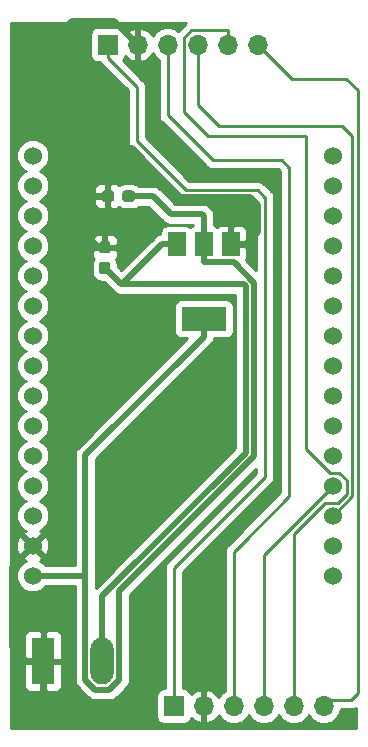
<source format=gtl>
G04 #@! TF.GenerationSoftware,KiCad,Pcbnew,(5.0.2)-1*
G04 #@! TF.CreationDate,2019-03-03T23:17:22+08:00*
G04 #@! TF.ProjectId,pcbtest-nrf24_breakout,70636274-6573-4742-9d6e-726632345f62,rev?*
G04 #@! TF.SameCoordinates,Original*
G04 #@! TF.FileFunction,Copper,L1,Top*
G04 #@! TF.FilePolarity,Positive*
%FSLAX46Y46*%
G04 Gerber Fmt 4.6, Leading zero omitted, Abs format (unit mm)*
G04 Created by KiCad (PCBNEW (5.0.2)-1) date 03-Mar-19 11:17:22 PM*
%MOMM*%
%LPD*%
G01*
G04 APERTURE LIST*
G04 #@! TA.AperFunction,ComponentPad*
%ADD10O,1.700000X1.700000*%
G04 #@! TD*
G04 #@! TA.AperFunction,ComponentPad*
%ADD11R,1.700000X1.700000*%
G04 #@! TD*
G04 #@! TA.AperFunction,ComponentPad*
%ADD12C,1.524000*%
G04 #@! TD*
G04 #@! TA.AperFunction,Conductor*
%ADD13C,0.100000*%
G04 #@! TD*
G04 #@! TA.AperFunction,SMDPad,CuDef*
%ADD14C,0.950000*%
G04 #@! TD*
G04 #@! TA.AperFunction,SMDPad,CuDef*
%ADD15R,3.800000X2.000000*%
G04 #@! TD*
G04 #@! TA.AperFunction,SMDPad,CuDef*
%ADD16R,1.500000X2.000000*%
G04 #@! TD*
G04 #@! TA.AperFunction,ComponentPad*
%ADD17R,1.980000X3.960000*%
G04 #@! TD*
G04 #@! TA.AperFunction,ComponentPad*
%ADD18O,1.980000X3.960000*%
G04 #@! TD*
G04 #@! TA.AperFunction,Conductor*
%ADD19C,0.250000*%
G04 #@! TD*
G04 #@! TA.AperFunction,Conductor*
%ADD20C,0.254000*%
G04 #@! TD*
G04 #@! TA.AperFunction,Conductor*
%ADD21C,0.152400*%
G04 #@! TD*
G04 #@! TA.AperFunction,Conductor*
%ADD22C,0.508000*%
G04 #@! TD*
G04 APERTURE END LIST*
D10*
G04 #@! TO.P,J2,6*
G04 #@! TO.N,Net-(J1-Pad6)*
X131318000Y-123317000D03*
G04 #@! TO.P,J2,5*
G04 #@! TO.N,Net-(J1-Pad5)*
X128778000Y-123317000D03*
G04 #@! TO.P,J2,4*
G04 #@! TO.N,Net-(J2-Pad4)*
X126238000Y-123317000D03*
G04 #@! TO.P,J2,3*
G04 #@! TO.N,Net-(J1-Pad3)*
X123698000Y-123317000D03*
G04 #@! TO.P,J2,2*
G04 #@! TO.N,Net-(C1-Pad1)*
X121158000Y-123317000D03*
D11*
G04 #@! TO.P,J2,1*
G04 #@! TO.N,Net-(J1-Pad1)*
X118618000Y-123317000D03*
G04 #@! TD*
D12*
G04 #@! TO.P,U1,1*
G04 #@! TO.N,Net-(U1-Pad1)*
X132080000Y-79248000D03*
G04 #@! TO.P,U1,2*
G04 #@! TO.N,Net-(U1-Pad2)*
X132080000Y-81788000D03*
G04 #@! TO.P,U1,3*
G04 #@! TO.N,Net-(U1-Pad3)*
X132080000Y-84328000D03*
G04 #@! TO.P,U1,4*
G04 #@! TO.N,Net-(U1-Pad4)*
X132080000Y-86868000D03*
G04 #@! TO.P,U1,5*
G04 #@! TO.N,Net-(U1-Pad5)*
X132080000Y-89408000D03*
G04 #@! TO.P,U1,6*
G04 #@! TO.N,Net-(U1-Pad6)*
X132080000Y-91948000D03*
G04 #@! TO.P,U1,7*
G04 #@! TO.N,Net-(U1-Pad7)*
X132080000Y-94488000D03*
G04 #@! TO.P,U1,8*
G04 #@! TO.N,Net-(U1-Pad8)*
X132080000Y-97028000D03*
G04 #@! TO.P,U1,9*
G04 #@! TO.N,Net-(U1-Pad9)*
X132080000Y-99568000D03*
G04 #@! TO.P,U1,10*
G04 #@! TO.N,Net-(U1-Pad10)*
X132080000Y-102108000D03*
G04 #@! TO.P,U1,11*
G04 #@! TO.N,Net-(J2-Pad4)*
X132080000Y-104648000D03*
G04 #@! TO.P,U1,12*
G04 #@! TO.N,Net-(J1-Pad4)*
X132080000Y-107188000D03*
G04 #@! TO.P,U1,13*
G04 #@! TO.N,Net-(U1-Pad13)*
X132080000Y-109728000D03*
G04 #@! TO.P,U1,14*
G04 #@! TO.N,Net-(U1-Pad14)*
X132080000Y-112268000D03*
G04 #@! TO.P,U1,15*
G04 #@! TO.N,Net-(C1-Pad2)*
X106680000Y-112268000D03*
G04 #@! TO.P,U1,16*
G04 #@! TO.N,Net-(C1-Pad1)*
X106680000Y-109728000D03*
G04 #@! TO.P,U1,17*
G04 #@! TO.N,Net-(U1-Pad17)*
X106680000Y-107188000D03*
G04 #@! TO.P,U1,18*
G04 #@! TO.N,Net-(U1-Pad18)*
X106680000Y-104648000D03*
G04 #@! TO.P,U1,19*
G04 #@! TO.N,Net-(U1-Pad19)*
X106680000Y-102108000D03*
G04 #@! TO.P,U1,20*
G04 #@! TO.N,Net-(U1-Pad20)*
X106680000Y-99568000D03*
G04 #@! TO.P,U1,21*
G04 #@! TO.N,Net-(U1-Pad21)*
X106680000Y-97028000D03*
G04 #@! TO.P,U1,22*
G04 #@! TO.N,Net-(U1-Pad22)*
X106680000Y-94488000D03*
G04 #@! TO.P,U1,23*
G04 #@! TO.N,Net-(U1-Pad23)*
X106680000Y-91948000D03*
G04 #@! TO.P,U1,24*
G04 #@! TO.N,Net-(U1-Pad24)*
X106680000Y-89408000D03*
G04 #@! TO.P,U1,25*
G04 #@! TO.N,Net-(U1-Pad25)*
X106680000Y-86868000D03*
G04 #@! TO.P,U1,26*
G04 #@! TO.N,Net-(U1-Pad26)*
X106680000Y-84328000D03*
G04 #@! TO.P,U1,27*
G04 #@! TO.N,Net-(U1-Pad27)*
X106680000Y-81788000D03*
G04 #@! TO.P,U1,28*
G04 #@! TO.N,Net-(U1-Pad28)*
X106680000Y-79248000D03*
G04 #@! TO.P,U1,29*
G04 #@! TO.N,Net-(U1-Pad29)*
X106680000Y-76708000D03*
G04 #@! TO.P,U1,0*
G04 #@! TO.N,Net-(U1-Pad0)*
X132080000Y-76708000D03*
G04 #@! TD*
D13*
G04 #@! TO.N,Net-(C1-Pad1)*
G04 #@! TO.C,C1*
G36*
X113354779Y-79663144D02*
X113377834Y-79666563D01*
X113400443Y-79672227D01*
X113422387Y-79680079D01*
X113443457Y-79690044D01*
X113463448Y-79702026D01*
X113482168Y-79715910D01*
X113499438Y-79731562D01*
X113515090Y-79748832D01*
X113528974Y-79767552D01*
X113540956Y-79787543D01*
X113550921Y-79808613D01*
X113558773Y-79830557D01*
X113564437Y-79853166D01*
X113567856Y-79876221D01*
X113569000Y-79899500D01*
X113569000Y-80374500D01*
X113567856Y-80397779D01*
X113564437Y-80420834D01*
X113558773Y-80443443D01*
X113550921Y-80465387D01*
X113540956Y-80486457D01*
X113528974Y-80506448D01*
X113515090Y-80525168D01*
X113499438Y-80542438D01*
X113482168Y-80558090D01*
X113463448Y-80571974D01*
X113443457Y-80583956D01*
X113422387Y-80593921D01*
X113400443Y-80601773D01*
X113377834Y-80607437D01*
X113354779Y-80610856D01*
X113331500Y-80612000D01*
X112756500Y-80612000D01*
X112733221Y-80610856D01*
X112710166Y-80607437D01*
X112687557Y-80601773D01*
X112665613Y-80593921D01*
X112644543Y-80583956D01*
X112624552Y-80571974D01*
X112605832Y-80558090D01*
X112588562Y-80542438D01*
X112572910Y-80525168D01*
X112559026Y-80506448D01*
X112547044Y-80486457D01*
X112537079Y-80465387D01*
X112529227Y-80443443D01*
X112523563Y-80420834D01*
X112520144Y-80397779D01*
X112519000Y-80374500D01*
X112519000Y-79899500D01*
X112520144Y-79876221D01*
X112523563Y-79853166D01*
X112529227Y-79830557D01*
X112537079Y-79808613D01*
X112547044Y-79787543D01*
X112559026Y-79767552D01*
X112572910Y-79748832D01*
X112588562Y-79731562D01*
X112605832Y-79715910D01*
X112624552Y-79702026D01*
X112644543Y-79690044D01*
X112665613Y-79680079D01*
X112687557Y-79672227D01*
X112710166Y-79666563D01*
X112733221Y-79663144D01*
X112756500Y-79662000D01*
X113331500Y-79662000D01*
X113354779Y-79663144D01*
X113354779Y-79663144D01*
G37*
D14*
G04 #@! TD*
G04 #@! TO.P,C1,1*
G04 #@! TO.N,Net-(C1-Pad1)*
X113044000Y-80137000D03*
D13*
G04 #@! TO.N,Net-(C1-Pad2)*
G04 #@! TO.C,C1*
G36*
X115104779Y-79663144D02*
X115127834Y-79666563D01*
X115150443Y-79672227D01*
X115172387Y-79680079D01*
X115193457Y-79690044D01*
X115213448Y-79702026D01*
X115232168Y-79715910D01*
X115249438Y-79731562D01*
X115265090Y-79748832D01*
X115278974Y-79767552D01*
X115290956Y-79787543D01*
X115300921Y-79808613D01*
X115308773Y-79830557D01*
X115314437Y-79853166D01*
X115317856Y-79876221D01*
X115319000Y-79899500D01*
X115319000Y-80374500D01*
X115317856Y-80397779D01*
X115314437Y-80420834D01*
X115308773Y-80443443D01*
X115300921Y-80465387D01*
X115290956Y-80486457D01*
X115278974Y-80506448D01*
X115265090Y-80525168D01*
X115249438Y-80542438D01*
X115232168Y-80558090D01*
X115213448Y-80571974D01*
X115193457Y-80583956D01*
X115172387Y-80593921D01*
X115150443Y-80601773D01*
X115127834Y-80607437D01*
X115104779Y-80610856D01*
X115081500Y-80612000D01*
X114506500Y-80612000D01*
X114483221Y-80610856D01*
X114460166Y-80607437D01*
X114437557Y-80601773D01*
X114415613Y-80593921D01*
X114394543Y-80583956D01*
X114374552Y-80571974D01*
X114355832Y-80558090D01*
X114338562Y-80542438D01*
X114322910Y-80525168D01*
X114309026Y-80506448D01*
X114297044Y-80486457D01*
X114287079Y-80465387D01*
X114279227Y-80443443D01*
X114273563Y-80420834D01*
X114270144Y-80397779D01*
X114269000Y-80374500D01*
X114269000Y-79899500D01*
X114270144Y-79876221D01*
X114273563Y-79853166D01*
X114279227Y-79830557D01*
X114287079Y-79808613D01*
X114297044Y-79787543D01*
X114309026Y-79767552D01*
X114322910Y-79748832D01*
X114338562Y-79731562D01*
X114355832Y-79715910D01*
X114374552Y-79702026D01*
X114394543Y-79690044D01*
X114415613Y-79680079D01*
X114437557Y-79672227D01*
X114460166Y-79666563D01*
X114483221Y-79663144D01*
X114506500Y-79662000D01*
X115081500Y-79662000D01*
X115104779Y-79663144D01*
X115104779Y-79663144D01*
G37*
D14*
G04 #@! TD*
G04 #@! TO.P,C1,2*
G04 #@! TO.N,Net-(C1-Pad2)*
X114794000Y-80137000D03*
D13*
G04 #@! TO.N,Net-(C1-Pad1)*
G04 #@! TO.C,C2*
G36*
X113036779Y-83945144D02*
X113059834Y-83948563D01*
X113082443Y-83954227D01*
X113104387Y-83962079D01*
X113125457Y-83972044D01*
X113145448Y-83984026D01*
X113164168Y-83997910D01*
X113181438Y-84013562D01*
X113197090Y-84030832D01*
X113210974Y-84049552D01*
X113222956Y-84069543D01*
X113232921Y-84090613D01*
X113240773Y-84112557D01*
X113246437Y-84135166D01*
X113249856Y-84158221D01*
X113251000Y-84181500D01*
X113251000Y-84756500D01*
X113249856Y-84779779D01*
X113246437Y-84802834D01*
X113240773Y-84825443D01*
X113232921Y-84847387D01*
X113222956Y-84868457D01*
X113210974Y-84888448D01*
X113197090Y-84907168D01*
X113181438Y-84924438D01*
X113164168Y-84940090D01*
X113145448Y-84953974D01*
X113125457Y-84965956D01*
X113104387Y-84975921D01*
X113082443Y-84983773D01*
X113059834Y-84989437D01*
X113036779Y-84992856D01*
X113013500Y-84994000D01*
X112538500Y-84994000D01*
X112515221Y-84992856D01*
X112492166Y-84989437D01*
X112469557Y-84983773D01*
X112447613Y-84975921D01*
X112426543Y-84965956D01*
X112406552Y-84953974D01*
X112387832Y-84940090D01*
X112370562Y-84924438D01*
X112354910Y-84907168D01*
X112341026Y-84888448D01*
X112329044Y-84868457D01*
X112319079Y-84847387D01*
X112311227Y-84825443D01*
X112305563Y-84802834D01*
X112302144Y-84779779D01*
X112301000Y-84756500D01*
X112301000Y-84181500D01*
X112302144Y-84158221D01*
X112305563Y-84135166D01*
X112311227Y-84112557D01*
X112319079Y-84090613D01*
X112329044Y-84069543D01*
X112341026Y-84049552D01*
X112354910Y-84030832D01*
X112370562Y-84013562D01*
X112387832Y-83997910D01*
X112406552Y-83984026D01*
X112426543Y-83972044D01*
X112447613Y-83962079D01*
X112469557Y-83954227D01*
X112492166Y-83948563D01*
X112515221Y-83945144D01*
X112538500Y-83944000D01*
X113013500Y-83944000D01*
X113036779Y-83945144D01*
X113036779Y-83945144D01*
G37*
D14*
G04 #@! TD*
G04 #@! TO.P,C2,2*
G04 #@! TO.N,Net-(C1-Pad1)*
X112776000Y-84469000D03*
D13*
G04 #@! TO.N,Net-(C2-Pad1)*
G04 #@! TO.C,C2*
G36*
X113036779Y-85695144D02*
X113059834Y-85698563D01*
X113082443Y-85704227D01*
X113104387Y-85712079D01*
X113125457Y-85722044D01*
X113145448Y-85734026D01*
X113164168Y-85747910D01*
X113181438Y-85763562D01*
X113197090Y-85780832D01*
X113210974Y-85799552D01*
X113222956Y-85819543D01*
X113232921Y-85840613D01*
X113240773Y-85862557D01*
X113246437Y-85885166D01*
X113249856Y-85908221D01*
X113251000Y-85931500D01*
X113251000Y-86506500D01*
X113249856Y-86529779D01*
X113246437Y-86552834D01*
X113240773Y-86575443D01*
X113232921Y-86597387D01*
X113222956Y-86618457D01*
X113210974Y-86638448D01*
X113197090Y-86657168D01*
X113181438Y-86674438D01*
X113164168Y-86690090D01*
X113145448Y-86703974D01*
X113125457Y-86715956D01*
X113104387Y-86725921D01*
X113082443Y-86733773D01*
X113059834Y-86739437D01*
X113036779Y-86742856D01*
X113013500Y-86744000D01*
X112538500Y-86744000D01*
X112515221Y-86742856D01*
X112492166Y-86739437D01*
X112469557Y-86733773D01*
X112447613Y-86725921D01*
X112426543Y-86715956D01*
X112406552Y-86703974D01*
X112387832Y-86690090D01*
X112370562Y-86674438D01*
X112354910Y-86657168D01*
X112341026Y-86638448D01*
X112329044Y-86618457D01*
X112319079Y-86597387D01*
X112311227Y-86575443D01*
X112305563Y-86552834D01*
X112302144Y-86529779D01*
X112301000Y-86506500D01*
X112301000Y-85931500D01*
X112302144Y-85908221D01*
X112305563Y-85885166D01*
X112311227Y-85862557D01*
X112319079Y-85840613D01*
X112329044Y-85819543D01*
X112341026Y-85799552D01*
X112354910Y-85780832D01*
X112370562Y-85763562D01*
X112387832Y-85747910D01*
X112406552Y-85734026D01*
X112426543Y-85722044D01*
X112447613Y-85712079D01*
X112469557Y-85704227D01*
X112492166Y-85698563D01*
X112515221Y-85695144D01*
X112538500Y-85694000D01*
X113013500Y-85694000D01*
X113036779Y-85695144D01*
X113036779Y-85695144D01*
G37*
D14*
G04 #@! TD*
G04 #@! TO.P,C2,1*
G04 #@! TO.N,Net-(C2-Pad1)*
X112776000Y-86219000D03*
D11*
G04 #@! TO.P,J1,1*
G04 #@! TO.N,Net-(J1-Pad1)*
X113030000Y-67310000D03*
D10*
G04 #@! TO.P,J1,2*
G04 #@! TO.N,Net-(C1-Pad1)*
X115570000Y-67310000D03*
G04 #@! TO.P,J1,3*
G04 #@! TO.N,Net-(J1-Pad3)*
X118110000Y-67310000D03*
G04 #@! TO.P,J1,4*
G04 #@! TO.N,Net-(J1-Pad4)*
X120650000Y-67310000D03*
G04 #@! TO.P,J1,5*
G04 #@! TO.N,Net-(J1-Pad5)*
X123190000Y-67310000D03*
G04 #@! TO.P,J1,6*
G04 #@! TO.N,Net-(J1-Pad6)*
X125730000Y-67310000D03*
G04 #@! TD*
D15*
G04 #@! TO.P,U2,2*
G04 #@! TO.N,Net-(C1-Pad2)*
X121158000Y-90526000D03*
D16*
X121158000Y-84226000D03*
G04 #@! TO.P,U2,3*
G04 #@! TO.N,Net-(C2-Pad1)*
X118858000Y-84226000D03*
G04 #@! TO.P,U2,1*
G04 #@! TO.N,Net-(C1-Pad1)*
X123458000Y-84226000D03*
G04 #@! TD*
D17*
G04 #@! TO.P,J3,1*
G04 #@! TO.N,Net-(C1-Pad1)*
X107569000Y-119507000D03*
D18*
G04 #@! TO.P,J3,2*
G04 #@! TO.N,Net-(C2-Pad1)*
X112569000Y-119507000D03*
G04 #@! TD*
D19*
G04 #@! TO.N,Net-(J1-Pad3)*
X118110000Y-67310000D02*
X118110000Y-73279000D01*
X118110000Y-73279000D02*
X121920000Y-77089000D01*
X121920000Y-77089000D02*
X127762000Y-77089000D01*
X127762000Y-77089000D02*
X128397000Y-77724000D01*
X128397000Y-77724000D02*
X128397000Y-105537000D01*
G04 #@! TO.N,Net-(J1-Pad4)*
X120650000Y-72390000D02*
X120650000Y-67310000D01*
X122428000Y-74168000D02*
X120650000Y-72390000D01*
X132842000Y-74168000D02*
X122428000Y-74168000D01*
X133731000Y-75057000D02*
X132842000Y-74168000D01*
X132080000Y-107188000D02*
X133731000Y-105537000D01*
X133731000Y-105537000D02*
X133731000Y-75057000D01*
G04 #@! TO.N,Net-(J1-Pad5)*
X123190000Y-67310000D02*
X123190000Y-66107919D01*
X119474999Y-66745999D02*
X119474999Y-72992999D01*
X123190000Y-66107919D02*
X120113079Y-66107919D01*
X120113079Y-66107919D02*
X119474999Y-66745999D01*
X119474999Y-72992999D02*
X121539000Y-75057000D01*
X121539000Y-75057000D02*
X129794000Y-75057000D01*
X132530591Y-106100999D02*
X131558239Y-106100999D01*
X133280990Y-105350600D02*
X132530591Y-106100999D01*
X132643999Y-103560999D02*
X133280990Y-104197990D01*
X133280990Y-104197990D02*
X133280990Y-105350600D01*
X131826000Y-103560999D02*
X132643999Y-103560999D01*
X129794000Y-101528999D02*
X131826000Y-103560999D01*
X129794000Y-75057000D02*
X129794000Y-101528999D01*
D20*
X131558239Y-106100999D02*
X131389001Y-106100999D01*
X128778000Y-108712000D02*
X128778000Y-122809000D01*
X131389001Y-106100999D02*
X128778000Y-108712000D01*
D19*
G04 #@! TO.N,Net-(J1-Pad6)*
X128651000Y-70231000D02*
X125730000Y-67310000D01*
X133223000Y-70231000D02*
X128651000Y-70231000D01*
X134181010Y-71189010D02*
X133223000Y-70231000D01*
X134181010Y-121088157D02*
X134181010Y-71189010D01*
D21*
X134181010Y-121148071D02*
X134181010Y-121088157D01*
D20*
X134181010Y-121148071D02*
X134181010Y-122231990D01*
X133604000Y-122809000D02*
X131318000Y-122809000D01*
X134181010Y-122231990D02*
X133604000Y-122809000D01*
D19*
G04 #@! TO.N,Net-(J2-Pad4)*
X131318001Y-105409999D02*
X132080000Y-104648000D01*
D20*
G04 #@! TO.N,Net-(C1-Pad1)*
X121158000Y-110490000D02*
X121158000Y-122809000D01*
X127508000Y-104140000D02*
X121158000Y-110490000D01*
X115570000Y-68512081D02*
X116967000Y-69909081D01*
X115570000Y-67310000D02*
X115570000Y-68512081D01*
X116967000Y-69909081D02*
X116967000Y-73914000D01*
X116967000Y-73914000D02*
X121412000Y-78359000D01*
X127508000Y-79121000D02*
X127508000Y-104140000D01*
X121412000Y-78359000D02*
X126746000Y-78359000D01*
X126746000Y-78359000D02*
X127508000Y-79121000D01*
D22*
X114720001Y-66460001D02*
X115570000Y-67310000D01*
X113559010Y-65299010D02*
X114720001Y-66460001D01*
X109960990Y-65299010D02*
X113559010Y-65299010D01*
X112776000Y-84469000D02*
X112201000Y-84469000D01*
X110236000Y-72517000D02*
X108458000Y-70739000D01*
X112201000Y-84469000D02*
X110236000Y-82504000D01*
X108458000Y-70739000D02*
X108458000Y-66802000D01*
X108458000Y-66802000D02*
X109960990Y-65299010D01*
X113044000Y-80137000D02*
X110236000Y-80137000D01*
X110236000Y-82504000D02*
X110236000Y-80137000D01*
X124716000Y-84226000D02*
X125730000Y-83212000D01*
X123458000Y-84226000D02*
X124716000Y-84226000D01*
X125730000Y-80899000D02*
X125041010Y-80210010D01*
X125730000Y-83212000D02*
X125730000Y-80899000D01*
X125041010Y-80210010D02*
X119179990Y-80210010D01*
X119179990Y-80210010D02*
X115062000Y-76092020D01*
X110343980Y-76092020D02*
X110236000Y-76200000D01*
X115062000Y-76092020D02*
X110343980Y-76092020D01*
X110236000Y-80137000D02*
X110236000Y-76200000D01*
X110236000Y-76200000D02*
X110236000Y-72517000D01*
X106071000Y-119507000D02*
X104902000Y-118338000D01*
X107569000Y-119507000D02*
X106071000Y-119507000D01*
X104902000Y-111506000D02*
X106680000Y-109728000D01*
X104902000Y-118338000D02*
X104902000Y-111506000D01*
X121158000Y-124841000D02*
X121158000Y-122809000D01*
X107569000Y-119507000D02*
X107569000Y-121995000D01*
X107569000Y-121995000D02*
X110542000Y-124968000D01*
X121031000Y-124968000D02*
X121158000Y-124841000D01*
X110542000Y-124968000D02*
X121031000Y-124968000D01*
G04 #@! TO.N,Net-(C1-Pad2)*
X121158000Y-84226000D02*
X121158000Y-85734000D01*
X121158000Y-81788000D02*
X121158000Y-84226000D01*
X114794000Y-80137000D02*
X116840000Y-80137000D01*
X116840000Y-80137000D02*
X118364000Y-81661000D01*
X121031000Y-81661000D02*
X121158000Y-81788000D01*
X118364000Y-81661000D02*
X121031000Y-81661000D01*
X121158000Y-92034000D02*
X121158000Y-90526000D01*
X111124990Y-102067010D02*
X121158000Y-92034000D01*
X113167128Y-121941010D02*
X111970872Y-121941010D01*
X114013010Y-121095128D02*
X113167128Y-121941010D01*
X114013010Y-113556267D02*
X114013010Y-121095128D01*
X125422010Y-102147267D02*
X114013010Y-113556267D01*
X125422010Y-87463733D02*
X125422010Y-102147267D01*
X111970872Y-121941010D02*
X111124990Y-121095128D01*
X123692277Y-85734000D02*
X125422010Y-87463733D01*
X121158000Y-85734000D02*
X123692277Y-85734000D01*
X110997990Y-112268000D02*
X111124990Y-112141000D01*
X106680000Y-112268000D02*
X110997990Y-112268000D01*
X111124990Y-121095128D02*
X111124990Y-112141000D01*
X111124990Y-112141000D02*
X111124990Y-102067010D01*
G04 #@! TO.N,Net-(C2-Pad1)*
X112569000Y-119507000D02*
X112569000Y-113999000D01*
X112569000Y-113999000D02*
X124714000Y-101854000D01*
X112776000Y-86219000D02*
X114173000Y-87616000D01*
X124573000Y-87616000D02*
X124714000Y-87757000D01*
X124714000Y-101854000D02*
X124714000Y-87757000D01*
X114427000Y-87399000D02*
X114427000Y-87616000D01*
X117600000Y-84226000D02*
X114427000Y-87399000D01*
X118858000Y-84226000D02*
X117600000Y-84226000D01*
X114173000Y-87616000D02*
X114427000Y-87616000D01*
X114427000Y-87616000D02*
X124573000Y-87616000D01*
D19*
G04 #@! TO.N,Net-(J1-Pad3)*
X128397000Y-105537000D02*
X124460000Y-109474000D01*
D20*
X123698000Y-110236000D02*
X124460000Y-109474000D01*
X123698000Y-122809000D02*
X123698000Y-110236000D01*
G04 #@! TO.N,Net-(J2-Pad4)*
X126238000Y-110490000D02*
X126238000Y-122809000D01*
X131318001Y-105409999D02*
X126238000Y-110490000D01*
G04 #@! TO.N,Net-(J1-Pad1)*
X118618000Y-111633000D02*
X118618000Y-122809000D01*
X126365000Y-103886000D02*
X118618000Y-111633000D01*
X113030000Y-68414000D02*
X115482000Y-70866000D01*
X113030000Y-67310000D02*
X113030000Y-68414000D01*
X115482000Y-70866000D02*
X115482000Y-75477000D01*
X115482000Y-75477000D02*
X119634000Y-79629000D01*
X119634000Y-79629000D02*
X125730000Y-79629000D01*
X126365000Y-80264000D02*
X126365000Y-103886000D01*
X125730000Y-79629000D02*
X126365000Y-80264000D01*
G04 #@! TD*
G04 #@! TO.N,Net-(C1-Pad1)*
G36*
X119628605Y-65517590D02*
X119628603Y-65517592D01*
X119565150Y-65559990D01*
X119522751Y-65623444D01*
X119016492Y-66129705D01*
X118689418Y-65911161D01*
X118256256Y-65825000D01*
X117963744Y-65825000D01*
X117530582Y-65911161D01*
X117039375Y-66239375D01*
X116826157Y-66558478D01*
X116765183Y-66428642D01*
X116336924Y-66038355D01*
X115926890Y-65868524D01*
X115697000Y-65989845D01*
X115697000Y-67183000D01*
X115717000Y-67183000D01*
X115717000Y-67437000D01*
X115697000Y-67437000D01*
X115697000Y-68630155D01*
X115926890Y-68751476D01*
X116336924Y-68581645D01*
X116765183Y-68191358D01*
X116826157Y-68061522D01*
X117039375Y-68380625D01*
X117350000Y-68588178D01*
X117350001Y-73204148D01*
X117335112Y-73279000D01*
X117350001Y-73353852D01*
X117394097Y-73575537D01*
X117562072Y-73826929D01*
X117625528Y-73869329D01*
X121329670Y-77573472D01*
X121372071Y-77636929D01*
X121435527Y-77679329D01*
X121623462Y-77804904D01*
X121671605Y-77814480D01*
X121845148Y-77849000D01*
X121845152Y-77849000D01*
X121920000Y-77863888D01*
X121994848Y-77849000D01*
X127447199Y-77849000D01*
X127637000Y-78038802D01*
X127637001Y-105222197D01*
X123982780Y-108876419D01*
X123974251Y-108882118D01*
X123212251Y-109644119D01*
X123148630Y-109686629D01*
X123106119Y-109750251D01*
X123106118Y-109750252D01*
X122980213Y-109938683D01*
X122921073Y-110236000D01*
X122936001Y-110311048D01*
X122936000Y-122040158D01*
X122627375Y-122246375D01*
X122414157Y-122565478D01*
X122353183Y-122435642D01*
X121924924Y-122045355D01*
X121514890Y-121875524D01*
X121285000Y-121996845D01*
X121285000Y-123190000D01*
X121305000Y-123190000D01*
X121305000Y-123444000D01*
X121285000Y-123444000D01*
X121285000Y-124637155D01*
X121514890Y-124758476D01*
X121924924Y-124588645D01*
X122353183Y-124198358D01*
X122414157Y-124068522D01*
X122627375Y-124387625D01*
X123118582Y-124715839D01*
X123551744Y-124802000D01*
X123844256Y-124802000D01*
X124277418Y-124715839D01*
X124768625Y-124387625D01*
X124968000Y-124089239D01*
X125167375Y-124387625D01*
X125658582Y-124715839D01*
X126091744Y-124802000D01*
X126384256Y-124802000D01*
X126817418Y-124715839D01*
X127308625Y-124387625D01*
X127508000Y-124089239D01*
X127707375Y-124387625D01*
X128198582Y-124715839D01*
X128631744Y-124802000D01*
X128924256Y-124802000D01*
X129357418Y-124715839D01*
X129848625Y-124387625D01*
X130048000Y-124089239D01*
X130247375Y-124387625D01*
X130738582Y-124715839D01*
X131171744Y-124802000D01*
X131464256Y-124802000D01*
X131897418Y-124715839D01*
X132388625Y-124387625D01*
X132716839Y-123896418D01*
X132781568Y-123571000D01*
X133528957Y-123571000D01*
X133604000Y-123585927D01*
X133679043Y-123571000D01*
X133679048Y-123571000D01*
X133901317Y-123526788D01*
X134031973Y-123439487D01*
X134035522Y-125147000D01*
X104850000Y-125147000D01*
X104850000Y-119792750D01*
X105944000Y-119792750D01*
X105944000Y-121613310D01*
X106040673Y-121846699D01*
X106219302Y-122025327D01*
X106452691Y-122122000D01*
X107283250Y-122122000D01*
X107442000Y-121963250D01*
X107442000Y-119634000D01*
X107696000Y-119634000D01*
X107696000Y-121963250D01*
X107854750Y-122122000D01*
X108685309Y-122122000D01*
X108918698Y-122025327D01*
X109097327Y-121846699D01*
X109194000Y-121613310D01*
X109194000Y-119792750D01*
X109035250Y-119634000D01*
X107696000Y-119634000D01*
X107442000Y-119634000D01*
X106102750Y-119634000D01*
X105944000Y-119792750D01*
X104850000Y-119792750D01*
X104850000Y-117400690D01*
X105944000Y-117400690D01*
X105944000Y-119221250D01*
X106102750Y-119380000D01*
X107442000Y-119380000D01*
X107442000Y-117050750D01*
X107696000Y-117050750D01*
X107696000Y-119380000D01*
X109035250Y-119380000D01*
X109194000Y-119221250D01*
X109194000Y-117400690D01*
X109097327Y-117167301D01*
X108918698Y-116988673D01*
X108685309Y-116892000D01*
X107854750Y-116892000D01*
X107696000Y-117050750D01*
X107442000Y-117050750D01*
X107283250Y-116892000D01*
X106452691Y-116892000D01*
X106219302Y-116988673D01*
X106040673Y-117167301D01*
X105944000Y-117400690D01*
X104850000Y-117400690D01*
X104850000Y-111990119D01*
X105283000Y-111990119D01*
X105283000Y-112545881D01*
X105495680Y-113059337D01*
X105888663Y-113452320D01*
X106402119Y-113665000D01*
X106957881Y-113665000D01*
X107471337Y-113452320D01*
X107766657Y-113157000D01*
X110235991Y-113157000D01*
X110235990Y-121007573D01*
X110218574Y-121095128D01*
X110235990Y-121182683D01*
X110287571Y-121441997D01*
X110484057Y-121736061D01*
X110558286Y-121785659D01*
X111280343Y-122507716D01*
X111329939Y-122581943D01*
X111624002Y-122778429D01*
X111883316Y-122830010D01*
X111883317Y-122830010D01*
X111970872Y-122847426D01*
X112058427Y-122830010D01*
X113079573Y-122830010D01*
X113167128Y-122847426D01*
X113254683Y-122830010D01*
X113254684Y-122830010D01*
X113513998Y-122778429D01*
X113808061Y-122581943D01*
X113857659Y-122507714D01*
X114579716Y-121785657D01*
X114653943Y-121736061D01*
X114850429Y-121441998D01*
X114902010Y-121182684D01*
X114902010Y-121182683D01*
X114919426Y-121095128D01*
X114902010Y-121007573D01*
X114902010Y-113924502D01*
X125603001Y-103223512D01*
X125603001Y-103570369D01*
X118132254Y-111041116D01*
X118068629Y-111083629D01*
X117900212Y-111335684D01*
X117856000Y-111557953D01*
X117856000Y-111557957D01*
X117841073Y-111633000D01*
X117856000Y-111708043D01*
X117856001Y-121819560D01*
X117768000Y-121819560D01*
X117520235Y-121868843D01*
X117310191Y-122009191D01*
X117169843Y-122219235D01*
X117120560Y-122467000D01*
X117120560Y-124167000D01*
X117169843Y-124414765D01*
X117310191Y-124624809D01*
X117520235Y-124765157D01*
X117768000Y-124814440D01*
X119468000Y-124814440D01*
X119715765Y-124765157D01*
X119925809Y-124624809D01*
X120066157Y-124414765D01*
X120086739Y-124311292D01*
X120391076Y-124588645D01*
X120801110Y-124758476D01*
X121031000Y-124637155D01*
X121031000Y-123444000D01*
X121011000Y-123444000D01*
X121011000Y-123190000D01*
X121031000Y-123190000D01*
X121031000Y-121996845D01*
X120801110Y-121875524D01*
X120391076Y-122045355D01*
X120086739Y-122322708D01*
X120066157Y-122219235D01*
X119925809Y-122009191D01*
X119715765Y-121868843D01*
X119468000Y-121819560D01*
X119380000Y-121819560D01*
X119380000Y-111948630D01*
X126850746Y-104477884D01*
X126914371Y-104435371D01*
X127046678Y-104237359D01*
X127082787Y-104183319D01*
X127082787Y-104183318D01*
X127082788Y-104183317D01*
X127127000Y-103961048D01*
X127127000Y-103961044D01*
X127141927Y-103886001D01*
X127127000Y-103810958D01*
X127127000Y-80339047D01*
X127141928Y-80264000D01*
X127112240Y-80114748D01*
X127082788Y-79966683D01*
X126914371Y-79714629D01*
X126850750Y-79672119D01*
X126321883Y-79143253D01*
X126279371Y-79079629D01*
X126027317Y-78911212D01*
X125805048Y-78867000D01*
X125805043Y-78867000D01*
X125730000Y-78852073D01*
X125654957Y-78867000D01*
X119949631Y-78867000D01*
X116244000Y-75161370D01*
X116244000Y-70941047D01*
X116258928Y-70866000D01*
X116226811Y-70704537D01*
X116199788Y-70568683D01*
X116031371Y-70316629D01*
X115967750Y-70274119D01*
X114322002Y-68628371D01*
X114337809Y-68617809D01*
X114478157Y-68407765D01*
X114498739Y-68304292D01*
X114803076Y-68581645D01*
X115213110Y-68751476D01*
X115443000Y-68630155D01*
X115443000Y-67437000D01*
X115423000Y-67437000D01*
X115423000Y-67183000D01*
X115443000Y-67183000D01*
X115443000Y-65989845D01*
X115213110Y-65868524D01*
X114803076Y-66038355D01*
X114498739Y-66315708D01*
X114478157Y-66212235D01*
X114337809Y-66002191D01*
X114127765Y-65861843D01*
X113880000Y-65812560D01*
X112180000Y-65812560D01*
X111932235Y-65861843D01*
X111722191Y-66002191D01*
X111581843Y-66212235D01*
X111532560Y-66460000D01*
X111532560Y-68160000D01*
X111581843Y-68407765D01*
X111722191Y-68617809D01*
X111932235Y-68758157D01*
X112180000Y-68807440D01*
X112376440Y-68807440D01*
X112480630Y-68963371D01*
X112544251Y-69005881D01*
X114720000Y-71181631D01*
X114720001Y-75401952D01*
X114705073Y-75477000D01*
X114764213Y-75774317D01*
X114859326Y-75916663D01*
X114932630Y-76026371D01*
X114996251Y-76068881D01*
X119042117Y-80114748D01*
X119084629Y-80178371D01*
X119336683Y-80346788D01*
X119558952Y-80391000D01*
X119558953Y-80391000D01*
X119634000Y-80405928D01*
X119709047Y-80391000D01*
X125414370Y-80391000D01*
X125603000Y-80579631D01*
X125603000Y-86387488D01*
X124762402Y-85546890D01*
X124843000Y-85352309D01*
X124843000Y-84511750D01*
X124684250Y-84353000D01*
X123585000Y-84353000D01*
X123585000Y-84373000D01*
X123331000Y-84373000D01*
X123331000Y-84353000D01*
X123311000Y-84353000D01*
X123311000Y-84099000D01*
X123331000Y-84099000D01*
X123331000Y-82749750D01*
X123585000Y-82749750D01*
X123585000Y-84099000D01*
X124684250Y-84099000D01*
X124843000Y-83940250D01*
X124843000Y-83099691D01*
X124746327Y-82866302D01*
X124567699Y-82687673D01*
X124334310Y-82591000D01*
X123743750Y-82591000D01*
X123585000Y-82749750D01*
X123331000Y-82749750D01*
X123172250Y-82591000D01*
X122581690Y-82591000D01*
X122348301Y-82687673D01*
X122307047Y-82728927D01*
X122155765Y-82627843D01*
X122047000Y-82606209D01*
X122047000Y-81875554D01*
X122064416Y-81787999D01*
X122039154Y-81660999D01*
X121995419Y-81441130D01*
X121798933Y-81147067D01*
X121724704Y-81097469D01*
X121721531Y-81094296D01*
X121671933Y-81020067D01*
X121377870Y-80823581D01*
X121118556Y-80772000D01*
X121118555Y-80772000D01*
X121031000Y-80754584D01*
X120943445Y-80772000D01*
X118732236Y-80772000D01*
X117530531Y-79570296D01*
X117480933Y-79496067D01*
X117186870Y-79299581D01*
X116927556Y-79248000D01*
X116927555Y-79248000D01*
X116840000Y-79230584D01*
X116752445Y-79248000D01*
X115668705Y-79248000D01*
X115420152Y-79081922D01*
X115081500Y-79014560D01*
X114506500Y-79014560D01*
X114167848Y-79081922D01*
X113999460Y-79194435D01*
X113928698Y-79123673D01*
X113695309Y-79027000D01*
X113329750Y-79027000D01*
X113171000Y-79185750D01*
X113171000Y-80010000D01*
X113191000Y-80010000D01*
X113191000Y-80264000D01*
X113171000Y-80264000D01*
X113171000Y-81088250D01*
X113329750Y-81247000D01*
X113695309Y-81247000D01*
X113928698Y-81150327D01*
X113999460Y-81079565D01*
X114167848Y-81192078D01*
X114506500Y-81259440D01*
X115081500Y-81259440D01*
X115420152Y-81192078D01*
X115668705Y-81026000D01*
X116471765Y-81026000D01*
X117673470Y-82227706D01*
X117723067Y-82301933D01*
X118017130Y-82498419D01*
X118276444Y-82550000D01*
X118276448Y-82550000D01*
X118363999Y-82567415D01*
X118451550Y-82550000D01*
X120269000Y-82550000D01*
X120269000Y-82606208D01*
X120160235Y-82627843D01*
X120008000Y-82729564D01*
X119855765Y-82627843D01*
X119608000Y-82578560D01*
X118108000Y-82578560D01*
X117860235Y-82627843D01*
X117650191Y-82768191D01*
X117509843Y-82978235D01*
X117460560Y-83226000D01*
X117460560Y-83347320D01*
X117253129Y-83388581D01*
X117054783Y-83521112D01*
X116959067Y-83585067D01*
X116909471Y-83659293D01*
X114191500Y-86377265D01*
X113898440Y-86084205D01*
X113898440Y-85931500D01*
X113831078Y-85592848D01*
X113718565Y-85424460D01*
X113789327Y-85353698D01*
X113886000Y-85120309D01*
X113886000Y-84754750D01*
X113727250Y-84596000D01*
X112903000Y-84596000D01*
X112903000Y-84616000D01*
X112649000Y-84616000D01*
X112649000Y-84596000D01*
X111824750Y-84596000D01*
X111666000Y-84754750D01*
X111666000Y-85120309D01*
X111762673Y-85353698D01*
X111833435Y-85424460D01*
X111720922Y-85592848D01*
X111653560Y-85931500D01*
X111653560Y-86506500D01*
X111720922Y-86845152D01*
X111912753Y-87132247D01*
X112199848Y-87324078D01*
X112538500Y-87391440D01*
X112691205Y-87391440D01*
X113482470Y-88182706D01*
X113532067Y-88256933D01*
X113826130Y-88453419D01*
X114085444Y-88505000D01*
X114085448Y-88505000D01*
X114172999Y-88522415D01*
X114260550Y-88505000D01*
X114339444Y-88505000D01*
X114427000Y-88522416D01*
X114514556Y-88505000D01*
X123825001Y-88505000D01*
X123825000Y-101485764D01*
X112013990Y-113296775D01*
X112013990Y-112228555D01*
X112031406Y-112141001D01*
X112013990Y-112053444D01*
X112013990Y-102435245D01*
X121724707Y-92724529D01*
X121798933Y-92674933D01*
X121995419Y-92380870D01*
X122036680Y-92173440D01*
X123058000Y-92173440D01*
X123305765Y-92124157D01*
X123515809Y-91983809D01*
X123656157Y-91773765D01*
X123705440Y-91526000D01*
X123705440Y-89526000D01*
X123656157Y-89278235D01*
X123515809Y-89068191D01*
X123305765Y-88927843D01*
X123058000Y-88878560D01*
X119258000Y-88878560D01*
X119010235Y-88927843D01*
X118800191Y-89068191D01*
X118659843Y-89278235D01*
X118610560Y-89526000D01*
X118610560Y-91526000D01*
X118659843Y-91773765D01*
X118800191Y-91983809D01*
X119010235Y-92124157D01*
X119258000Y-92173440D01*
X119761324Y-92173440D01*
X110558284Y-101376481D01*
X110484058Y-101426077D01*
X110434462Y-101500303D01*
X110434461Y-101500304D01*
X110287572Y-101720140D01*
X110218574Y-102067010D01*
X110235991Y-102154569D01*
X110235990Y-111379000D01*
X107766657Y-111379000D01*
X107471337Y-111083680D01*
X107280353Y-111004572D01*
X107411143Y-110950397D01*
X107480608Y-110708213D01*
X106680000Y-109907605D01*
X105879392Y-110708213D01*
X105948857Y-110950397D01*
X106089393Y-111000535D01*
X105888663Y-111083680D01*
X105495680Y-111476663D01*
X105283000Y-111990119D01*
X104850000Y-111990119D01*
X104850000Y-109520302D01*
X105270856Y-109520302D01*
X105298638Y-110075368D01*
X105457603Y-110459143D01*
X105699787Y-110528608D01*
X106500395Y-109728000D01*
X106859605Y-109728000D01*
X107660213Y-110528608D01*
X107902397Y-110459143D01*
X108089144Y-109935698D01*
X108061362Y-109380632D01*
X107902397Y-108996857D01*
X107660213Y-108927392D01*
X106859605Y-109728000D01*
X106500395Y-109728000D01*
X105699787Y-108927392D01*
X105457603Y-108996857D01*
X105270856Y-109520302D01*
X104850000Y-109520302D01*
X104850000Y-76430119D01*
X105283000Y-76430119D01*
X105283000Y-76985881D01*
X105495680Y-77499337D01*
X105888663Y-77892320D01*
X106095513Y-77978000D01*
X105888663Y-78063680D01*
X105495680Y-78456663D01*
X105283000Y-78970119D01*
X105283000Y-79525881D01*
X105495680Y-80039337D01*
X105888663Y-80432320D01*
X106095513Y-80518000D01*
X105888663Y-80603680D01*
X105495680Y-80996663D01*
X105283000Y-81510119D01*
X105283000Y-82065881D01*
X105495680Y-82579337D01*
X105888663Y-82972320D01*
X106095513Y-83058000D01*
X105888663Y-83143680D01*
X105495680Y-83536663D01*
X105283000Y-84050119D01*
X105283000Y-84605881D01*
X105495680Y-85119337D01*
X105888663Y-85512320D01*
X106095513Y-85598000D01*
X105888663Y-85683680D01*
X105495680Y-86076663D01*
X105283000Y-86590119D01*
X105283000Y-87145881D01*
X105495680Y-87659337D01*
X105888663Y-88052320D01*
X106095513Y-88138000D01*
X105888663Y-88223680D01*
X105495680Y-88616663D01*
X105283000Y-89130119D01*
X105283000Y-89685881D01*
X105495680Y-90199337D01*
X105888663Y-90592320D01*
X106095513Y-90678000D01*
X105888663Y-90763680D01*
X105495680Y-91156663D01*
X105283000Y-91670119D01*
X105283000Y-92225881D01*
X105495680Y-92739337D01*
X105888663Y-93132320D01*
X106095513Y-93218000D01*
X105888663Y-93303680D01*
X105495680Y-93696663D01*
X105283000Y-94210119D01*
X105283000Y-94765881D01*
X105495680Y-95279337D01*
X105888663Y-95672320D01*
X106095513Y-95758000D01*
X105888663Y-95843680D01*
X105495680Y-96236663D01*
X105283000Y-96750119D01*
X105283000Y-97305881D01*
X105495680Y-97819337D01*
X105888663Y-98212320D01*
X106095513Y-98298000D01*
X105888663Y-98383680D01*
X105495680Y-98776663D01*
X105283000Y-99290119D01*
X105283000Y-99845881D01*
X105495680Y-100359337D01*
X105888663Y-100752320D01*
X106095513Y-100838000D01*
X105888663Y-100923680D01*
X105495680Y-101316663D01*
X105283000Y-101830119D01*
X105283000Y-102385881D01*
X105495680Y-102899337D01*
X105888663Y-103292320D01*
X106095513Y-103378000D01*
X105888663Y-103463680D01*
X105495680Y-103856663D01*
X105283000Y-104370119D01*
X105283000Y-104925881D01*
X105495680Y-105439337D01*
X105888663Y-105832320D01*
X106095513Y-105918000D01*
X105888663Y-106003680D01*
X105495680Y-106396663D01*
X105283000Y-106910119D01*
X105283000Y-107465881D01*
X105495680Y-107979337D01*
X105888663Y-108372320D01*
X106079647Y-108451428D01*
X105948857Y-108505603D01*
X105879392Y-108747787D01*
X106680000Y-109548395D01*
X107480608Y-108747787D01*
X107411143Y-108505603D01*
X107270607Y-108455465D01*
X107471337Y-108372320D01*
X107864320Y-107979337D01*
X108077000Y-107465881D01*
X108077000Y-106910119D01*
X107864320Y-106396663D01*
X107471337Y-106003680D01*
X107264487Y-105918000D01*
X107471337Y-105832320D01*
X107864320Y-105439337D01*
X108077000Y-104925881D01*
X108077000Y-104370119D01*
X107864320Y-103856663D01*
X107471337Y-103463680D01*
X107264487Y-103378000D01*
X107471337Y-103292320D01*
X107864320Y-102899337D01*
X108077000Y-102385881D01*
X108077000Y-101830119D01*
X107864320Y-101316663D01*
X107471337Y-100923680D01*
X107264487Y-100838000D01*
X107471337Y-100752320D01*
X107864320Y-100359337D01*
X108077000Y-99845881D01*
X108077000Y-99290119D01*
X107864320Y-98776663D01*
X107471337Y-98383680D01*
X107264487Y-98298000D01*
X107471337Y-98212320D01*
X107864320Y-97819337D01*
X108077000Y-97305881D01*
X108077000Y-96750119D01*
X107864320Y-96236663D01*
X107471337Y-95843680D01*
X107264487Y-95758000D01*
X107471337Y-95672320D01*
X107864320Y-95279337D01*
X108077000Y-94765881D01*
X108077000Y-94210119D01*
X107864320Y-93696663D01*
X107471337Y-93303680D01*
X107264487Y-93218000D01*
X107471337Y-93132320D01*
X107864320Y-92739337D01*
X108077000Y-92225881D01*
X108077000Y-91670119D01*
X107864320Y-91156663D01*
X107471337Y-90763680D01*
X107264487Y-90678000D01*
X107471337Y-90592320D01*
X107864320Y-90199337D01*
X108077000Y-89685881D01*
X108077000Y-89130119D01*
X107864320Y-88616663D01*
X107471337Y-88223680D01*
X107264487Y-88138000D01*
X107471337Y-88052320D01*
X107864320Y-87659337D01*
X108077000Y-87145881D01*
X108077000Y-86590119D01*
X107864320Y-86076663D01*
X107471337Y-85683680D01*
X107264487Y-85598000D01*
X107471337Y-85512320D01*
X107864320Y-85119337D01*
X108077000Y-84605881D01*
X108077000Y-84050119D01*
X107980726Y-83817691D01*
X111666000Y-83817691D01*
X111666000Y-84183250D01*
X111824750Y-84342000D01*
X112649000Y-84342000D01*
X112649000Y-83467750D01*
X112903000Y-83467750D01*
X112903000Y-84342000D01*
X113727250Y-84342000D01*
X113886000Y-84183250D01*
X113886000Y-83817691D01*
X113789327Y-83584302D01*
X113610699Y-83405673D01*
X113377310Y-83309000D01*
X113061750Y-83309000D01*
X112903000Y-83467750D01*
X112649000Y-83467750D01*
X112490250Y-83309000D01*
X112174690Y-83309000D01*
X111941301Y-83405673D01*
X111762673Y-83584302D01*
X111666000Y-83817691D01*
X107980726Y-83817691D01*
X107864320Y-83536663D01*
X107471337Y-83143680D01*
X107264487Y-83058000D01*
X107471337Y-82972320D01*
X107864320Y-82579337D01*
X108077000Y-82065881D01*
X108077000Y-81510119D01*
X107864320Y-80996663D01*
X107471337Y-80603680D01*
X107264487Y-80518000D01*
X107471337Y-80432320D01*
X107480907Y-80422750D01*
X111884000Y-80422750D01*
X111884000Y-80738310D01*
X111980673Y-80971699D01*
X112159302Y-81150327D01*
X112392691Y-81247000D01*
X112758250Y-81247000D01*
X112917000Y-81088250D01*
X112917000Y-80264000D01*
X112042750Y-80264000D01*
X111884000Y-80422750D01*
X107480907Y-80422750D01*
X107864320Y-80039337D01*
X108072936Y-79535690D01*
X111884000Y-79535690D01*
X111884000Y-79851250D01*
X112042750Y-80010000D01*
X112917000Y-80010000D01*
X112917000Y-79185750D01*
X112758250Y-79027000D01*
X112392691Y-79027000D01*
X112159302Y-79123673D01*
X111980673Y-79302301D01*
X111884000Y-79535690D01*
X108072936Y-79535690D01*
X108077000Y-79525881D01*
X108077000Y-78970119D01*
X107864320Y-78456663D01*
X107471337Y-78063680D01*
X107264487Y-77978000D01*
X107471337Y-77892320D01*
X107864320Y-77499337D01*
X108077000Y-76985881D01*
X108077000Y-76430119D01*
X107864320Y-75916663D01*
X107471337Y-75523680D01*
X106957881Y-75311000D01*
X106402119Y-75311000D01*
X105888663Y-75523680D01*
X105495680Y-75916663D01*
X105283000Y-76430119D01*
X104850000Y-76430119D01*
X104850000Y-65480000D01*
X119684863Y-65480000D01*
X119628605Y-65517590D01*
X119628605Y-65517590D01*
G37*
X119628605Y-65517590D02*
X119628603Y-65517592D01*
X119565150Y-65559990D01*
X119522751Y-65623444D01*
X119016492Y-66129705D01*
X118689418Y-65911161D01*
X118256256Y-65825000D01*
X117963744Y-65825000D01*
X117530582Y-65911161D01*
X117039375Y-66239375D01*
X116826157Y-66558478D01*
X116765183Y-66428642D01*
X116336924Y-66038355D01*
X115926890Y-65868524D01*
X115697000Y-65989845D01*
X115697000Y-67183000D01*
X115717000Y-67183000D01*
X115717000Y-67437000D01*
X115697000Y-67437000D01*
X115697000Y-68630155D01*
X115926890Y-68751476D01*
X116336924Y-68581645D01*
X116765183Y-68191358D01*
X116826157Y-68061522D01*
X117039375Y-68380625D01*
X117350000Y-68588178D01*
X117350001Y-73204148D01*
X117335112Y-73279000D01*
X117350001Y-73353852D01*
X117394097Y-73575537D01*
X117562072Y-73826929D01*
X117625528Y-73869329D01*
X121329670Y-77573472D01*
X121372071Y-77636929D01*
X121435527Y-77679329D01*
X121623462Y-77804904D01*
X121671605Y-77814480D01*
X121845148Y-77849000D01*
X121845152Y-77849000D01*
X121920000Y-77863888D01*
X121994848Y-77849000D01*
X127447199Y-77849000D01*
X127637000Y-78038802D01*
X127637001Y-105222197D01*
X123982780Y-108876419D01*
X123974251Y-108882118D01*
X123212251Y-109644119D01*
X123148630Y-109686629D01*
X123106119Y-109750251D01*
X123106118Y-109750252D01*
X122980213Y-109938683D01*
X122921073Y-110236000D01*
X122936001Y-110311048D01*
X122936000Y-122040158D01*
X122627375Y-122246375D01*
X122414157Y-122565478D01*
X122353183Y-122435642D01*
X121924924Y-122045355D01*
X121514890Y-121875524D01*
X121285000Y-121996845D01*
X121285000Y-123190000D01*
X121305000Y-123190000D01*
X121305000Y-123444000D01*
X121285000Y-123444000D01*
X121285000Y-124637155D01*
X121514890Y-124758476D01*
X121924924Y-124588645D01*
X122353183Y-124198358D01*
X122414157Y-124068522D01*
X122627375Y-124387625D01*
X123118582Y-124715839D01*
X123551744Y-124802000D01*
X123844256Y-124802000D01*
X124277418Y-124715839D01*
X124768625Y-124387625D01*
X124968000Y-124089239D01*
X125167375Y-124387625D01*
X125658582Y-124715839D01*
X126091744Y-124802000D01*
X126384256Y-124802000D01*
X126817418Y-124715839D01*
X127308625Y-124387625D01*
X127508000Y-124089239D01*
X127707375Y-124387625D01*
X128198582Y-124715839D01*
X128631744Y-124802000D01*
X128924256Y-124802000D01*
X129357418Y-124715839D01*
X129848625Y-124387625D01*
X130048000Y-124089239D01*
X130247375Y-124387625D01*
X130738582Y-124715839D01*
X131171744Y-124802000D01*
X131464256Y-124802000D01*
X131897418Y-124715839D01*
X132388625Y-124387625D01*
X132716839Y-123896418D01*
X132781568Y-123571000D01*
X133528957Y-123571000D01*
X133604000Y-123585927D01*
X133679043Y-123571000D01*
X133679048Y-123571000D01*
X133901317Y-123526788D01*
X134031973Y-123439487D01*
X134035522Y-125147000D01*
X104850000Y-125147000D01*
X104850000Y-119792750D01*
X105944000Y-119792750D01*
X105944000Y-121613310D01*
X106040673Y-121846699D01*
X106219302Y-122025327D01*
X106452691Y-122122000D01*
X107283250Y-122122000D01*
X107442000Y-121963250D01*
X107442000Y-119634000D01*
X107696000Y-119634000D01*
X107696000Y-121963250D01*
X107854750Y-122122000D01*
X108685309Y-122122000D01*
X108918698Y-122025327D01*
X109097327Y-121846699D01*
X109194000Y-121613310D01*
X109194000Y-119792750D01*
X109035250Y-119634000D01*
X107696000Y-119634000D01*
X107442000Y-119634000D01*
X106102750Y-119634000D01*
X105944000Y-119792750D01*
X104850000Y-119792750D01*
X104850000Y-117400690D01*
X105944000Y-117400690D01*
X105944000Y-119221250D01*
X106102750Y-119380000D01*
X107442000Y-119380000D01*
X107442000Y-117050750D01*
X107696000Y-117050750D01*
X107696000Y-119380000D01*
X109035250Y-119380000D01*
X109194000Y-119221250D01*
X109194000Y-117400690D01*
X109097327Y-117167301D01*
X108918698Y-116988673D01*
X108685309Y-116892000D01*
X107854750Y-116892000D01*
X107696000Y-117050750D01*
X107442000Y-117050750D01*
X107283250Y-116892000D01*
X106452691Y-116892000D01*
X106219302Y-116988673D01*
X106040673Y-117167301D01*
X105944000Y-117400690D01*
X104850000Y-117400690D01*
X104850000Y-111990119D01*
X105283000Y-111990119D01*
X105283000Y-112545881D01*
X105495680Y-113059337D01*
X105888663Y-113452320D01*
X106402119Y-113665000D01*
X106957881Y-113665000D01*
X107471337Y-113452320D01*
X107766657Y-113157000D01*
X110235991Y-113157000D01*
X110235990Y-121007573D01*
X110218574Y-121095128D01*
X110235990Y-121182683D01*
X110287571Y-121441997D01*
X110484057Y-121736061D01*
X110558286Y-121785659D01*
X111280343Y-122507716D01*
X111329939Y-122581943D01*
X111624002Y-122778429D01*
X111883316Y-122830010D01*
X111883317Y-122830010D01*
X111970872Y-122847426D01*
X112058427Y-122830010D01*
X113079573Y-122830010D01*
X113167128Y-122847426D01*
X113254683Y-122830010D01*
X113254684Y-122830010D01*
X113513998Y-122778429D01*
X113808061Y-122581943D01*
X113857659Y-122507714D01*
X114579716Y-121785657D01*
X114653943Y-121736061D01*
X114850429Y-121441998D01*
X114902010Y-121182684D01*
X114902010Y-121182683D01*
X114919426Y-121095128D01*
X114902010Y-121007573D01*
X114902010Y-113924502D01*
X125603001Y-103223512D01*
X125603001Y-103570369D01*
X118132254Y-111041116D01*
X118068629Y-111083629D01*
X117900212Y-111335684D01*
X117856000Y-111557953D01*
X117856000Y-111557957D01*
X117841073Y-111633000D01*
X117856000Y-111708043D01*
X117856001Y-121819560D01*
X117768000Y-121819560D01*
X117520235Y-121868843D01*
X117310191Y-122009191D01*
X117169843Y-122219235D01*
X117120560Y-122467000D01*
X117120560Y-124167000D01*
X117169843Y-124414765D01*
X117310191Y-124624809D01*
X117520235Y-124765157D01*
X117768000Y-124814440D01*
X119468000Y-124814440D01*
X119715765Y-124765157D01*
X119925809Y-124624809D01*
X120066157Y-124414765D01*
X120086739Y-124311292D01*
X120391076Y-124588645D01*
X120801110Y-124758476D01*
X121031000Y-124637155D01*
X121031000Y-123444000D01*
X121011000Y-123444000D01*
X121011000Y-123190000D01*
X121031000Y-123190000D01*
X121031000Y-121996845D01*
X120801110Y-121875524D01*
X120391076Y-122045355D01*
X120086739Y-122322708D01*
X120066157Y-122219235D01*
X119925809Y-122009191D01*
X119715765Y-121868843D01*
X119468000Y-121819560D01*
X119380000Y-121819560D01*
X119380000Y-111948630D01*
X126850746Y-104477884D01*
X126914371Y-104435371D01*
X127046678Y-104237359D01*
X127082787Y-104183319D01*
X127082787Y-104183318D01*
X127082788Y-104183317D01*
X127127000Y-103961048D01*
X127127000Y-103961044D01*
X127141927Y-103886001D01*
X127127000Y-103810958D01*
X127127000Y-80339047D01*
X127141928Y-80264000D01*
X127112240Y-80114748D01*
X127082788Y-79966683D01*
X126914371Y-79714629D01*
X126850750Y-79672119D01*
X126321883Y-79143253D01*
X126279371Y-79079629D01*
X126027317Y-78911212D01*
X125805048Y-78867000D01*
X125805043Y-78867000D01*
X125730000Y-78852073D01*
X125654957Y-78867000D01*
X119949631Y-78867000D01*
X116244000Y-75161370D01*
X116244000Y-70941047D01*
X116258928Y-70866000D01*
X116226811Y-70704537D01*
X116199788Y-70568683D01*
X116031371Y-70316629D01*
X115967750Y-70274119D01*
X114322002Y-68628371D01*
X114337809Y-68617809D01*
X114478157Y-68407765D01*
X114498739Y-68304292D01*
X114803076Y-68581645D01*
X115213110Y-68751476D01*
X115443000Y-68630155D01*
X115443000Y-67437000D01*
X115423000Y-67437000D01*
X115423000Y-67183000D01*
X115443000Y-67183000D01*
X115443000Y-65989845D01*
X115213110Y-65868524D01*
X114803076Y-66038355D01*
X114498739Y-66315708D01*
X114478157Y-66212235D01*
X114337809Y-66002191D01*
X114127765Y-65861843D01*
X113880000Y-65812560D01*
X112180000Y-65812560D01*
X111932235Y-65861843D01*
X111722191Y-66002191D01*
X111581843Y-66212235D01*
X111532560Y-66460000D01*
X111532560Y-68160000D01*
X111581843Y-68407765D01*
X111722191Y-68617809D01*
X111932235Y-68758157D01*
X112180000Y-68807440D01*
X112376440Y-68807440D01*
X112480630Y-68963371D01*
X112544251Y-69005881D01*
X114720000Y-71181631D01*
X114720001Y-75401952D01*
X114705073Y-75477000D01*
X114764213Y-75774317D01*
X114859326Y-75916663D01*
X114932630Y-76026371D01*
X114996251Y-76068881D01*
X119042117Y-80114748D01*
X119084629Y-80178371D01*
X119336683Y-80346788D01*
X119558952Y-80391000D01*
X119558953Y-80391000D01*
X119634000Y-80405928D01*
X119709047Y-80391000D01*
X125414370Y-80391000D01*
X125603000Y-80579631D01*
X125603000Y-86387488D01*
X124762402Y-85546890D01*
X124843000Y-85352309D01*
X124843000Y-84511750D01*
X124684250Y-84353000D01*
X123585000Y-84353000D01*
X123585000Y-84373000D01*
X123331000Y-84373000D01*
X123331000Y-84353000D01*
X123311000Y-84353000D01*
X123311000Y-84099000D01*
X123331000Y-84099000D01*
X123331000Y-82749750D01*
X123585000Y-82749750D01*
X123585000Y-84099000D01*
X124684250Y-84099000D01*
X124843000Y-83940250D01*
X124843000Y-83099691D01*
X124746327Y-82866302D01*
X124567699Y-82687673D01*
X124334310Y-82591000D01*
X123743750Y-82591000D01*
X123585000Y-82749750D01*
X123331000Y-82749750D01*
X123172250Y-82591000D01*
X122581690Y-82591000D01*
X122348301Y-82687673D01*
X122307047Y-82728927D01*
X122155765Y-82627843D01*
X122047000Y-82606209D01*
X122047000Y-81875554D01*
X122064416Y-81787999D01*
X122039154Y-81660999D01*
X121995419Y-81441130D01*
X121798933Y-81147067D01*
X121724704Y-81097469D01*
X121721531Y-81094296D01*
X121671933Y-81020067D01*
X121377870Y-80823581D01*
X121118556Y-80772000D01*
X121118555Y-80772000D01*
X121031000Y-80754584D01*
X120943445Y-80772000D01*
X118732236Y-80772000D01*
X117530531Y-79570296D01*
X117480933Y-79496067D01*
X117186870Y-79299581D01*
X116927556Y-79248000D01*
X116927555Y-79248000D01*
X116840000Y-79230584D01*
X116752445Y-79248000D01*
X115668705Y-79248000D01*
X115420152Y-79081922D01*
X115081500Y-79014560D01*
X114506500Y-79014560D01*
X114167848Y-79081922D01*
X113999460Y-79194435D01*
X113928698Y-79123673D01*
X113695309Y-79027000D01*
X113329750Y-79027000D01*
X113171000Y-79185750D01*
X113171000Y-80010000D01*
X113191000Y-80010000D01*
X113191000Y-80264000D01*
X113171000Y-80264000D01*
X113171000Y-81088250D01*
X113329750Y-81247000D01*
X113695309Y-81247000D01*
X113928698Y-81150327D01*
X113999460Y-81079565D01*
X114167848Y-81192078D01*
X114506500Y-81259440D01*
X115081500Y-81259440D01*
X115420152Y-81192078D01*
X115668705Y-81026000D01*
X116471765Y-81026000D01*
X117673470Y-82227706D01*
X117723067Y-82301933D01*
X118017130Y-82498419D01*
X118276444Y-82550000D01*
X118276448Y-82550000D01*
X118363999Y-82567415D01*
X118451550Y-82550000D01*
X120269000Y-82550000D01*
X120269000Y-82606208D01*
X120160235Y-82627843D01*
X120008000Y-82729564D01*
X119855765Y-82627843D01*
X119608000Y-82578560D01*
X118108000Y-82578560D01*
X117860235Y-82627843D01*
X117650191Y-82768191D01*
X117509843Y-82978235D01*
X117460560Y-83226000D01*
X117460560Y-83347320D01*
X117253129Y-83388581D01*
X117054783Y-83521112D01*
X116959067Y-83585067D01*
X116909471Y-83659293D01*
X114191500Y-86377265D01*
X113898440Y-86084205D01*
X113898440Y-85931500D01*
X113831078Y-85592848D01*
X113718565Y-85424460D01*
X113789327Y-85353698D01*
X113886000Y-85120309D01*
X113886000Y-84754750D01*
X113727250Y-84596000D01*
X112903000Y-84596000D01*
X112903000Y-84616000D01*
X112649000Y-84616000D01*
X112649000Y-84596000D01*
X111824750Y-84596000D01*
X111666000Y-84754750D01*
X111666000Y-85120309D01*
X111762673Y-85353698D01*
X111833435Y-85424460D01*
X111720922Y-85592848D01*
X111653560Y-85931500D01*
X111653560Y-86506500D01*
X111720922Y-86845152D01*
X111912753Y-87132247D01*
X112199848Y-87324078D01*
X112538500Y-87391440D01*
X112691205Y-87391440D01*
X113482470Y-88182706D01*
X113532067Y-88256933D01*
X113826130Y-88453419D01*
X114085444Y-88505000D01*
X114085448Y-88505000D01*
X114172999Y-88522415D01*
X114260550Y-88505000D01*
X114339444Y-88505000D01*
X114427000Y-88522416D01*
X114514556Y-88505000D01*
X123825001Y-88505000D01*
X123825000Y-101485764D01*
X112013990Y-113296775D01*
X112013990Y-112228555D01*
X112031406Y-112141001D01*
X112013990Y-112053444D01*
X112013990Y-102435245D01*
X121724707Y-92724529D01*
X121798933Y-92674933D01*
X121995419Y-92380870D01*
X122036680Y-92173440D01*
X123058000Y-92173440D01*
X123305765Y-92124157D01*
X123515809Y-91983809D01*
X123656157Y-91773765D01*
X123705440Y-91526000D01*
X123705440Y-89526000D01*
X123656157Y-89278235D01*
X123515809Y-89068191D01*
X123305765Y-88927843D01*
X123058000Y-88878560D01*
X119258000Y-88878560D01*
X119010235Y-88927843D01*
X118800191Y-89068191D01*
X118659843Y-89278235D01*
X118610560Y-89526000D01*
X118610560Y-91526000D01*
X118659843Y-91773765D01*
X118800191Y-91983809D01*
X119010235Y-92124157D01*
X119258000Y-92173440D01*
X119761324Y-92173440D01*
X110558284Y-101376481D01*
X110484058Y-101426077D01*
X110434462Y-101500303D01*
X110434461Y-101500304D01*
X110287572Y-101720140D01*
X110218574Y-102067010D01*
X110235991Y-102154569D01*
X110235990Y-111379000D01*
X107766657Y-111379000D01*
X107471337Y-111083680D01*
X107280353Y-111004572D01*
X107411143Y-110950397D01*
X107480608Y-110708213D01*
X106680000Y-109907605D01*
X105879392Y-110708213D01*
X105948857Y-110950397D01*
X106089393Y-111000535D01*
X105888663Y-111083680D01*
X105495680Y-111476663D01*
X105283000Y-111990119D01*
X104850000Y-111990119D01*
X104850000Y-109520302D01*
X105270856Y-109520302D01*
X105298638Y-110075368D01*
X105457603Y-110459143D01*
X105699787Y-110528608D01*
X106500395Y-109728000D01*
X106859605Y-109728000D01*
X107660213Y-110528608D01*
X107902397Y-110459143D01*
X108089144Y-109935698D01*
X108061362Y-109380632D01*
X107902397Y-108996857D01*
X107660213Y-108927392D01*
X106859605Y-109728000D01*
X106500395Y-109728000D01*
X105699787Y-108927392D01*
X105457603Y-108996857D01*
X105270856Y-109520302D01*
X104850000Y-109520302D01*
X104850000Y-76430119D01*
X105283000Y-76430119D01*
X105283000Y-76985881D01*
X105495680Y-77499337D01*
X105888663Y-77892320D01*
X106095513Y-77978000D01*
X105888663Y-78063680D01*
X105495680Y-78456663D01*
X105283000Y-78970119D01*
X105283000Y-79525881D01*
X105495680Y-80039337D01*
X105888663Y-80432320D01*
X106095513Y-80518000D01*
X105888663Y-80603680D01*
X105495680Y-80996663D01*
X105283000Y-81510119D01*
X105283000Y-82065881D01*
X105495680Y-82579337D01*
X105888663Y-82972320D01*
X106095513Y-83058000D01*
X105888663Y-83143680D01*
X105495680Y-83536663D01*
X105283000Y-84050119D01*
X105283000Y-84605881D01*
X105495680Y-85119337D01*
X105888663Y-85512320D01*
X106095513Y-85598000D01*
X105888663Y-85683680D01*
X105495680Y-86076663D01*
X105283000Y-86590119D01*
X105283000Y-87145881D01*
X105495680Y-87659337D01*
X105888663Y-88052320D01*
X106095513Y-88138000D01*
X105888663Y-88223680D01*
X105495680Y-88616663D01*
X105283000Y-89130119D01*
X105283000Y-89685881D01*
X105495680Y-90199337D01*
X105888663Y-90592320D01*
X106095513Y-90678000D01*
X105888663Y-90763680D01*
X105495680Y-91156663D01*
X105283000Y-91670119D01*
X105283000Y-92225881D01*
X105495680Y-92739337D01*
X105888663Y-93132320D01*
X106095513Y-93218000D01*
X105888663Y-93303680D01*
X105495680Y-93696663D01*
X105283000Y-94210119D01*
X105283000Y-94765881D01*
X105495680Y-95279337D01*
X105888663Y-95672320D01*
X106095513Y-95758000D01*
X105888663Y-95843680D01*
X105495680Y-96236663D01*
X105283000Y-96750119D01*
X105283000Y-97305881D01*
X105495680Y-97819337D01*
X105888663Y-98212320D01*
X106095513Y-98298000D01*
X105888663Y-98383680D01*
X105495680Y-98776663D01*
X105283000Y-99290119D01*
X105283000Y-99845881D01*
X105495680Y-100359337D01*
X105888663Y-100752320D01*
X106095513Y-100838000D01*
X105888663Y-100923680D01*
X105495680Y-101316663D01*
X105283000Y-101830119D01*
X105283000Y-102385881D01*
X105495680Y-102899337D01*
X105888663Y-103292320D01*
X106095513Y-103378000D01*
X105888663Y-103463680D01*
X105495680Y-103856663D01*
X105283000Y-104370119D01*
X105283000Y-104925881D01*
X105495680Y-105439337D01*
X105888663Y-105832320D01*
X106095513Y-105918000D01*
X105888663Y-106003680D01*
X105495680Y-106396663D01*
X105283000Y-106910119D01*
X105283000Y-107465881D01*
X105495680Y-107979337D01*
X105888663Y-108372320D01*
X106079647Y-108451428D01*
X105948857Y-108505603D01*
X105879392Y-108747787D01*
X106680000Y-109548395D01*
X107480608Y-108747787D01*
X107411143Y-108505603D01*
X107270607Y-108455465D01*
X107471337Y-108372320D01*
X107864320Y-107979337D01*
X108077000Y-107465881D01*
X108077000Y-106910119D01*
X107864320Y-106396663D01*
X107471337Y-106003680D01*
X107264487Y-105918000D01*
X107471337Y-105832320D01*
X107864320Y-105439337D01*
X108077000Y-104925881D01*
X108077000Y-104370119D01*
X107864320Y-103856663D01*
X107471337Y-103463680D01*
X107264487Y-103378000D01*
X107471337Y-103292320D01*
X107864320Y-102899337D01*
X108077000Y-102385881D01*
X108077000Y-101830119D01*
X107864320Y-101316663D01*
X107471337Y-100923680D01*
X107264487Y-100838000D01*
X107471337Y-100752320D01*
X107864320Y-100359337D01*
X108077000Y-99845881D01*
X108077000Y-99290119D01*
X107864320Y-98776663D01*
X107471337Y-98383680D01*
X107264487Y-98298000D01*
X107471337Y-98212320D01*
X107864320Y-97819337D01*
X108077000Y-97305881D01*
X108077000Y-96750119D01*
X107864320Y-96236663D01*
X107471337Y-95843680D01*
X107264487Y-95758000D01*
X107471337Y-95672320D01*
X107864320Y-95279337D01*
X108077000Y-94765881D01*
X108077000Y-94210119D01*
X107864320Y-93696663D01*
X107471337Y-93303680D01*
X107264487Y-93218000D01*
X107471337Y-93132320D01*
X107864320Y-92739337D01*
X108077000Y-92225881D01*
X108077000Y-91670119D01*
X107864320Y-91156663D01*
X107471337Y-90763680D01*
X107264487Y-90678000D01*
X107471337Y-90592320D01*
X107864320Y-90199337D01*
X108077000Y-89685881D01*
X108077000Y-89130119D01*
X107864320Y-88616663D01*
X107471337Y-88223680D01*
X107264487Y-88138000D01*
X107471337Y-88052320D01*
X107864320Y-87659337D01*
X108077000Y-87145881D01*
X108077000Y-86590119D01*
X107864320Y-86076663D01*
X107471337Y-85683680D01*
X107264487Y-85598000D01*
X107471337Y-85512320D01*
X107864320Y-85119337D01*
X108077000Y-84605881D01*
X108077000Y-84050119D01*
X107980726Y-83817691D01*
X111666000Y-83817691D01*
X111666000Y-84183250D01*
X111824750Y-84342000D01*
X112649000Y-84342000D01*
X112649000Y-83467750D01*
X112903000Y-83467750D01*
X112903000Y-84342000D01*
X113727250Y-84342000D01*
X113886000Y-84183250D01*
X113886000Y-83817691D01*
X113789327Y-83584302D01*
X113610699Y-83405673D01*
X113377310Y-83309000D01*
X113061750Y-83309000D01*
X112903000Y-83467750D01*
X112649000Y-83467750D01*
X112490250Y-83309000D01*
X112174690Y-83309000D01*
X111941301Y-83405673D01*
X111762673Y-83584302D01*
X111666000Y-83817691D01*
X107980726Y-83817691D01*
X107864320Y-83536663D01*
X107471337Y-83143680D01*
X107264487Y-83058000D01*
X107471337Y-82972320D01*
X107864320Y-82579337D01*
X108077000Y-82065881D01*
X108077000Y-81510119D01*
X107864320Y-80996663D01*
X107471337Y-80603680D01*
X107264487Y-80518000D01*
X107471337Y-80432320D01*
X107480907Y-80422750D01*
X111884000Y-80422750D01*
X111884000Y-80738310D01*
X111980673Y-80971699D01*
X112159302Y-81150327D01*
X112392691Y-81247000D01*
X112758250Y-81247000D01*
X112917000Y-81088250D01*
X112917000Y-80264000D01*
X112042750Y-80264000D01*
X111884000Y-80422750D01*
X107480907Y-80422750D01*
X107864320Y-80039337D01*
X108072936Y-79535690D01*
X111884000Y-79535690D01*
X111884000Y-79851250D01*
X112042750Y-80010000D01*
X112917000Y-80010000D01*
X112917000Y-79185750D01*
X112758250Y-79027000D01*
X112392691Y-79027000D01*
X112159302Y-79123673D01*
X111980673Y-79302301D01*
X111884000Y-79535690D01*
X108072936Y-79535690D01*
X108077000Y-79525881D01*
X108077000Y-78970119D01*
X107864320Y-78456663D01*
X107471337Y-78063680D01*
X107264487Y-77978000D01*
X107471337Y-77892320D01*
X107864320Y-77499337D01*
X108077000Y-76985881D01*
X108077000Y-76430119D01*
X107864320Y-75916663D01*
X107471337Y-75523680D01*
X106957881Y-75311000D01*
X106402119Y-75311000D01*
X105888663Y-75523680D01*
X105495680Y-75916663D01*
X105283000Y-76430119D01*
X104850000Y-76430119D01*
X104850000Y-65480000D01*
X119684863Y-65480000D01*
X119628605Y-65517590D01*
G04 #@! TD*
M02*

</source>
